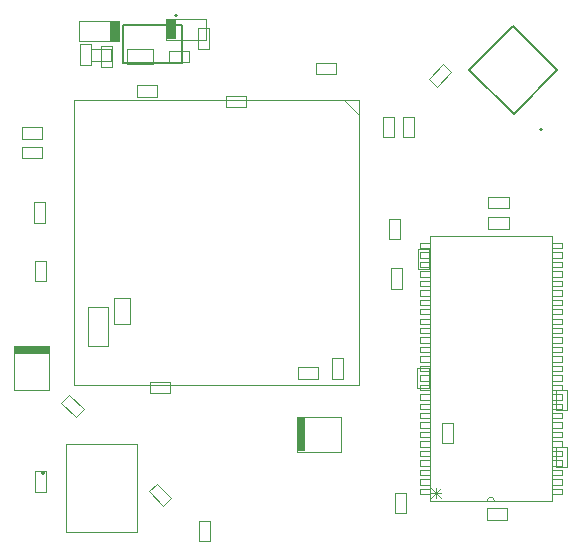
<source format=gbr>
%TF.GenerationSoftware,Altium Limited,Altium Designer,20.2.5 (213)*%
G04 Layer_Color=16711935*
%FSLAX44Y44*%
%MOMM*%
%TF.SameCoordinates,159794D8-7842-4491-B27A-FE66E37C9FAE*%
%TF.FilePolarity,Positive*%
%TF.FileFunction,Other,Mechanical_13*%
%TF.Part,Single*%
G01*
G75*
%TA.AperFunction,NonConductor*%
%ADD47C,0.2000*%
%ADD50C,0.1000*%
%ADD52C,0.0762*%
%ADD55C,0.1270*%
%ADD57C,0.0000*%
%ADD58C,0.0254*%
%ADD59R,0.6500X2.9000*%
%ADD60R,0.8400X1.6999*%
%ADD61R,2.9000X0.6500*%
D47*
X786547Y816923D02*
G03*
X786547Y816923I-1000J0D01*
G01*
X364750Y526088D02*
G03*
X364750Y526088I-1000J0D01*
G01*
X477438Y913508D02*
G03*
X477438Y913508I-1000J0D01*
G01*
D50*
X487540Y874090D02*
Y883590D01*
X470040Y874090D02*
Y883590D01*
X487540D01*
X470040Y874090D02*
X487540D01*
X404000Y875360D02*
Y884860D01*
X421500Y875360D02*
Y884860D01*
X404000Y875360D02*
X421500D01*
X404000Y884860D02*
X421500D01*
X442970Y844880D02*
Y854380D01*
X460470Y844880D02*
Y854380D01*
X442970Y844880D02*
X460470D01*
X442970Y854380D02*
X460470D01*
X434770Y872090D02*
Y885590D01*
X456770Y872090D02*
Y885590D01*
X434770Y872090D02*
X456770D01*
X434770Y885590D02*
X456770D01*
X401960Y633990D02*
X418460D01*
X401960Y666490D02*
X418460D01*
Y633990D02*
Y666490D01*
X401960Y633990D02*
Y666490D01*
X423530Y652194D02*
Y674194D01*
X437530Y652194D02*
Y674194D01*
X423530D02*
X437530D01*
X423530Y652194D02*
X437530D01*
X383210Y476588D02*
Y550588D01*
Y476588D02*
X443710D01*
Y550588D01*
X383210D02*
X443710D01*
X662000Y492030D02*
Y509530D01*
X671500Y492030D02*
Y509530D01*
X662000D02*
X671500D01*
X662000Y492030D02*
X671500D01*
X756780Y486740D02*
Y496240D01*
X739280Y486740D02*
Y496240D01*
X756780D01*
X739280Y486740D02*
X756780D01*
X465616Y498200D02*
X472334Y504918D01*
X453242Y510574D02*
X459960Y517292D01*
X453242Y510574D02*
X465616Y498200D01*
X459960Y517292D02*
X472334Y504918D01*
X578790Y544300D02*
Y573300D01*
Y544300D02*
X616290D01*
Y573300D01*
X578790D02*
X616290D01*
X758310Y750640D02*
Y760140D01*
X740810Y750640D02*
Y760140D01*
Y750640D02*
X758310D01*
X740810Y760140D02*
X758310D01*
X758050Y733120D02*
Y742620D01*
X740550Y733120D02*
Y742620D01*
Y733120D02*
X758050D01*
X740550Y742620D02*
X758050D01*
X681050Y698640D02*
X690550D01*
X681050Y716140D02*
X690550D01*
X681050Y698640D02*
Y716140D01*
X690550Y698640D02*
Y716140D01*
X658190Y682130D02*
X667690D01*
X658190Y699630D02*
X667690D01*
X658190Y682130D02*
Y699630D01*
X667690Y682130D02*
Y699630D01*
X651840Y827900D02*
X661340D01*
X651840Y810400D02*
X661340D01*
Y827900D01*
X651840Y810400D02*
Y827900D01*
X668350D02*
X677850D01*
X668350Y810400D02*
X677850D01*
Y827900D01*
X668350Y810400D02*
Y827900D01*
X594500Y873430D02*
X612000D01*
X594500Y863930D02*
X612000D01*
X594500D02*
Y873430D01*
X612000Y863930D02*
Y873430D01*
X494868Y885076D02*
X504368D01*
X494868Y902576D02*
X504368D01*
X494868Y885076D02*
Y902576D01*
X504368Y885076D02*
Y902576D01*
X467740Y893202D02*
Y910199D01*
X501890Y893202D02*
Y910199D01*
X467740Y893202D02*
X501890D01*
X467740Y910199D02*
X501890D01*
X428480Y891931D02*
Y908929D01*
X394330Y891931D02*
Y908929D01*
X428480D01*
X394330Y891931D02*
X428480D01*
X395300Y889260D02*
X404800Y889260D01*
X395300Y871760D02*
X404800Y871760D01*
Y889260D01*
X395300Y889260D02*
X395300Y871760D01*
X345580Y792810D02*
X363080Y792810D01*
X345580Y802310D02*
X363080Y802310D01*
X363080Y792810D02*
X363080Y802310D01*
X345580Y802310D02*
X345580Y792810D01*
X345580Y809320D02*
Y818820D01*
X363080Y809320D02*
Y818820D01*
X345580D02*
X363080D01*
X345580Y809320D02*
X363080D01*
X355930Y755510D02*
X365430D01*
X355930Y738010D02*
X365430D01*
Y755510D01*
X355930Y738010D02*
Y755510D01*
X357200Y688480D02*
Y705980D01*
X366700Y688480D02*
Y705980D01*
X357200Y688480D02*
X366700D01*
X357200Y705980D02*
X366700D01*
X690224Y860010D02*
X702598Y872384D01*
X696942Y853292D02*
X709316Y865666D01*
X690224Y860010D02*
X696942Y853292D01*
X702598Y872384D02*
X709316Y865666D01*
X505130Y468458D02*
Y485958D01*
X495630Y468458D02*
Y485958D01*
Y468458D02*
X505130D01*
X495630Y485958D02*
X505130D01*
X608660Y605930D02*
Y623430D01*
X618160Y605930D02*
Y623430D01*
X608660D02*
X618160D01*
X608660Y605930D02*
X618160D01*
X666420Y724040D02*
Y741540D01*
X656920Y724040D02*
Y741540D01*
X666420D01*
X656920Y724040D02*
X666420D01*
X535800Y835990D02*
Y845490D01*
X518300Y835990D02*
Y845490D01*
X535800D01*
X518300Y835990D02*
X535800D01*
X379074Y585758D02*
X391448Y573384D01*
X385792Y592476D02*
X398166Y580102D01*
X379074Y585758D02*
X385792Y592476D01*
X391448Y573384D02*
X398166Y580102D01*
X454038Y603174D02*
X471538D01*
X454038Y593674D02*
X471538D01*
Y603174D01*
X454038Y593674D02*
Y603174D01*
X680796Y597930D02*
X690296D01*
X680796Y615430D02*
X690296D01*
X680796Y597930D02*
Y615430D01*
X690296Y597930D02*
Y615430D01*
X701370Y551320D02*
X710870D01*
X701370Y568820D02*
X710870D01*
X701370Y551320D02*
Y568820D01*
X710870Y551320D02*
Y568820D01*
X807390Y531000D02*
Y548500D01*
X797890Y531000D02*
Y548500D01*
X807390D01*
X797890Y531000D02*
X807390D01*
Y579260D02*
Y596760D01*
X797890Y579260D02*
Y596760D01*
X807390D01*
X797890Y579260D02*
X807390D01*
X413080Y870090D02*
Y887590D01*
X422580Y870090D02*
Y887590D01*
X413080Y870090D02*
X422580D01*
X413080Y887590D02*
X422580D01*
X368576Y596184D02*
Y633684D01*
X339576Y596184D02*
X368576D01*
X339576D02*
Y633684D01*
X368576D01*
X579260Y615620D02*
X596760D01*
X579260Y606120D02*
X596760D01*
Y615620D01*
X579260Y606120D02*
Y615620D01*
X366192Y510426D02*
Y527926D01*
X356692Y510426D02*
Y527926D01*
Y510426D02*
X366192D01*
X356692Y527926D02*
X366192D01*
D52*
X692150Y505421D02*
X700614Y513885D01*
X692150D02*
X700614Y505421D01*
X692150Y509653D02*
X700614D01*
X696382Y513885D02*
Y505421D01*
D55*
X724771Y867587D02*
X762177Y830181D01*
X761823Y904639D02*
X799229Y867233D01*
X762177Y830181D02*
X799229Y867233D01*
X724771Y867587D02*
X761823Y904639D01*
X481438Y905508D02*
X481438Y873508D01*
X431438Y905508D02*
X481438D01*
X431438Y873508D02*
Y905508D01*
Y873508D02*
X481438Y873508D01*
D57*
X745998Y502539D02*
G03*
X739902Y502539I-3048J0D01*
G01*
D58*
X390017Y841883D02*
X631063D01*
Y600837D02*
Y841883D01*
X390017Y600837D02*
X631063D01*
X390017D02*
Y841883D01*
X618363D02*
X631063Y829183D01*
X691515Y508394D02*
Y512966D01*
X683133Y508394D02*
X691515D01*
X683133Y512966D02*
X683133Y508394D01*
X683133Y512966D02*
X691515Y512966D01*
Y516394D02*
X691515Y520966D01*
X683133Y516394D02*
X691515D01*
X683133Y520966D02*
X683133Y516394D01*
X683133Y520966D02*
X691515D01*
X691515Y528966D02*
X691515Y524394D01*
X683133D02*
X691515D01*
X683133D02*
X683133Y528966D01*
X691515D01*
Y532394D02*
Y536966D01*
X683133Y532394D02*
X691515Y532394D01*
X683133Y532394D02*
X683133Y536966D01*
X691515D01*
Y540394D02*
Y544966D01*
X683133Y540394D02*
X691515D01*
X683133D02*
Y544966D01*
X691515D01*
Y548394D02*
Y552966D01*
X683133Y548394D02*
X691515D01*
X683133D02*
Y552966D01*
X691515D01*
Y556394D02*
Y560966D01*
X683133Y556394D02*
X691515D01*
X683133D02*
Y560966D01*
X691515D01*
Y568966D02*
X691515Y564394D01*
X683133D02*
X691515D01*
X683133D02*
X683133Y568966D01*
X691515D01*
Y576966D02*
X691515Y572394D01*
X683133D02*
X691515D01*
X683133D02*
X683133Y576966D01*
X691515D01*
Y580394D02*
Y584966D01*
X683133Y580394D02*
X691515D01*
X683133D02*
Y584966D01*
X691515D01*
Y588394D02*
Y592966D01*
X683133Y588394D02*
X691515D01*
X683133D02*
Y592966D01*
X691515D01*
Y596394D02*
Y600966D01*
X683133Y596394D02*
X691515D01*
X683133D02*
Y600966D01*
X691515D01*
Y604394D02*
X691515Y608966D01*
X683133Y604394D02*
X691515D01*
X683133Y608966D02*
X683133Y604394D01*
X683133Y608966D02*
X691515D01*
X691515Y612394D02*
Y616966D01*
X683133Y612394D02*
X691515Y612394D01*
X683133Y612394D02*
Y616966D01*
X691515Y616966D01*
Y620394D02*
Y624966D01*
X683133Y620394D02*
X691515D01*
X683133D02*
Y624966D01*
X691515D01*
Y628394D02*
Y632966D01*
X683133Y628394D02*
X691515D01*
X683133D02*
Y632966D01*
X691515D01*
Y636394D02*
Y640966D01*
X683133Y636394D02*
X691515D01*
X683133D02*
Y640966D01*
X691515D01*
Y644394D02*
X691515Y648966D01*
X683133Y644394D02*
X691515D01*
X683133Y648966D02*
X683133Y644394D01*
X683133Y648966D02*
X691515D01*
X691515Y652394D02*
X691515Y656966D01*
X683133Y652394D02*
X691515D01*
X683133Y656966D02*
X683133Y652394D01*
X683133Y656966D02*
X691515D01*
X691515Y660394D02*
Y664966D01*
X683133Y660394D02*
X691515Y660394D01*
X683133Y660394D02*
X683133Y664966D01*
X691515D01*
Y668394D02*
Y672966D01*
X683133Y668394D02*
X691515D01*
X683133D02*
Y672966D01*
X691515D01*
Y676394D02*
Y680966D01*
X683133Y676394D02*
X691515D01*
X683133D02*
Y680966D01*
X691515D01*
Y684394D02*
Y688966D01*
X683133Y684394D02*
X691515D01*
X683133D02*
Y688966D01*
X691515D01*
Y692394D02*
Y696966D01*
X683133Y692394D02*
X691515D01*
X683133Y696966D02*
X683133Y692394D01*
X683133Y696966D02*
X691515Y696966D01*
Y704966D02*
X691515Y700394D01*
X683133D02*
X691515D01*
X683133D02*
X683133Y704966D01*
X691515D01*
Y712966D02*
X691515Y708394D01*
X683133D02*
X691515D01*
X683133D02*
X683133Y712966D01*
X691515D01*
Y716394D02*
Y720966D01*
X683133Y716394D02*
X691515Y716394D01*
X683133Y716394D02*
X683133Y720966D01*
X691515D01*
X794385Y716394D02*
Y720966D01*
X802767D01*
Y716394D02*
Y720966D01*
X794385Y716394D02*
X802767D01*
X794385Y708394D02*
Y712966D01*
X802767D01*
Y708394D02*
Y712966D01*
X794385Y708394D02*
X802767D01*
X794385Y700394D02*
Y704966D01*
X802767D01*
Y700394D02*
Y704966D01*
X794385Y700394D02*
X802767D01*
X794385Y692394D02*
Y696966D01*
X802767D01*
Y692394D02*
Y696966D01*
X794385Y692394D02*
X802767D01*
X794385Y684394D02*
X794385Y688966D01*
X802767D01*
Y684394D02*
Y688966D01*
X794385Y684394D02*
X802767D01*
X794385Y676394D02*
X794385Y680966D01*
X802767D01*
Y676394D02*
Y680966D01*
X794385Y676394D02*
X802767D01*
X794385Y668394D02*
Y672966D01*
X802767Y672966D01*
Y668394D02*
Y672966D01*
X794385Y668394D02*
X802767D01*
X794385Y660394D02*
Y664966D01*
X802767D01*
Y660394D02*
Y664966D01*
X794385Y660394D02*
X802767D01*
X794385Y652394D02*
Y656966D01*
X802767D01*
Y652394D02*
Y656966D01*
X794385Y652394D02*
X802767D01*
X794385Y644394D02*
Y648966D01*
X802767Y648966D01*
Y644394D02*
Y648966D01*
X794385Y644394D02*
X802767Y644394D01*
X794385Y636394D02*
Y640966D01*
X802767Y640966D01*
Y636394D02*
Y640966D01*
X794385Y636394D02*
X802767Y636394D01*
X794385Y628394D02*
X794385Y632966D01*
X802767D01*
Y628394D02*
Y632966D01*
X794385Y628394D02*
X802767D01*
X794385Y620394D02*
Y624966D01*
X802767D01*
Y620394D02*
Y624966D01*
X794385Y620394D02*
X802767D01*
X794385Y612394D02*
Y616966D01*
X802767D01*
Y612394D02*
Y616966D01*
X794385Y612394D02*
X802767D01*
X794385Y608966D02*
X794385Y604394D01*
X794385Y608966D02*
X802767D01*
Y604394D02*
Y608966D01*
X794385Y604394D02*
X802767D01*
X794385Y600966D02*
X794385Y596394D01*
X794385Y600966D02*
X802767D01*
Y596394D02*
Y600966D01*
X794385Y596394D02*
X802767D01*
X794385Y588394D02*
Y592966D01*
X802767Y592966D01*
Y588394D02*
Y592966D01*
X794385Y588394D02*
X802767Y588394D01*
X794385Y580394D02*
Y584966D01*
X802767D01*
Y580394D02*
Y584966D01*
X794385Y580394D02*
X802767D01*
X794385Y572394D02*
Y576966D01*
X802767D01*
Y572394D02*
Y576966D01*
X794385Y572394D02*
X802767D01*
X794385Y564394D02*
Y568966D01*
X802767D01*
Y564394D02*
Y568966D01*
X794385Y564394D02*
X802767D01*
X794385Y556394D02*
Y560966D01*
X802767D01*
Y556394D02*
Y560966D01*
X794385Y556394D02*
X802767Y556394D01*
X794385Y552966D02*
X794385Y548394D01*
X794385Y552966D02*
X802767D01*
Y548394D02*
Y552966D01*
X794385Y548394D02*
X802767D01*
X794385Y540394D02*
Y544966D01*
X802767Y544966D01*
Y540394D02*
Y544966D01*
X794385Y540394D02*
X802767D01*
X794385Y532394D02*
Y536966D01*
X802767D01*
Y532394D02*
Y536966D01*
X794385Y532394D02*
X802767D01*
X794385Y524394D02*
Y528966D01*
X802767D01*
Y524394D02*
Y528966D01*
X794385Y524394D02*
X802767D01*
X794385Y516394D02*
Y520966D01*
X802767D01*
Y516394D02*
Y520966D01*
X794385Y516394D02*
X802767D01*
X794385Y508394D02*
Y512966D01*
X802767D01*
Y508394D02*
Y512966D01*
X794385Y508394D02*
X802767D01*
X691515Y726821D02*
X794385D01*
Y502539D02*
Y726821D01*
X691515Y502539D02*
X794385D01*
X691515D02*
Y726821D01*
D59*
X582040Y558800D02*
D03*
D60*
X471790Y901701D02*
D03*
X424430Y900429D02*
D03*
D61*
X354076Y630431D02*
D03*
%TF.MD5,02643c37e29d7332ca8ea1e227fa792b*%
M02*

</source>
